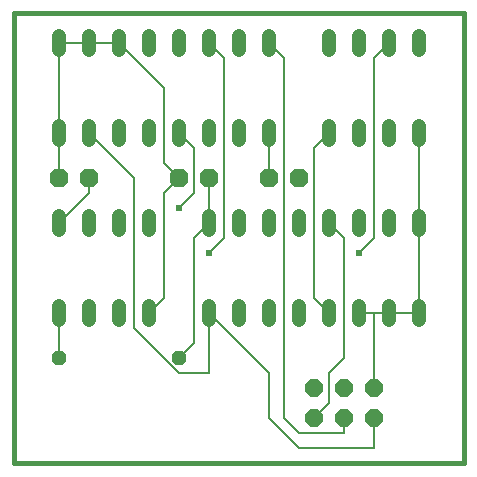
<source format=gtl>
G75*
%MOIN*%
%OFA0B0*%
%FSLAX24Y24*%
%IPPOS*%
%LPD*%
%AMOC8*
5,1,8,0,0,1.08239X$1,22.5*
%
%ADD10C,0.0160*%
%ADD11C,0.0480*%
%ADD12OC8,0.0630*%
%ADD13OC8,0.0480*%
%ADD14OC8,0.0591*%
%ADD15C,0.0060*%
%ADD16C,0.0240*%
D10*
X002760Y000180D02*
X002760Y015180D01*
X017760Y015180D01*
X017760Y000180D01*
X002760Y000180D01*
D11*
X004260Y004940D02*
X004260Y005420D01*
X005260Y005420D02*
X005260Y004940D01*
X006260Y004940D02*
X006260Y005420D01*
X007260Y005420D02*
X007260Y004940D01*
X009260Y004940D02*
X009260Y005420D01*
X010260Y005420D02*
X010260Y004940D01*
X011260Y004940D02*
X011260Y005420D01*
X012260Y005420D02*
X012260Y004940D01*
X013260Y004940D02*
X013260Y005420D01*
X014260Y005420D02*
X014260Y004940D01*
X015260Y004940D02*
X015260Y005420D01*
X016260Y005420D02*
X016260Y004940D01*
X016260Y007940D02*
X016260Y008420D01*
X015260Y008420D02*
X015260Y007940D01*
X014260Y007940D02*
X014260Y008420D01*
X013260Y008420D02*
X013260Y007940D01*
X012260Y007940D02*
X012260Y008420D01*
X011260Y008420D02*
X011260Y007940D01*
X010260Y007940D02*
X010260Y008420D01*
X009260Y008420D02*
X009260Y007940D01*
X007260Y007940D02*
X007260Y008420D01*
X006260Y008420D02*
X006260Y007940D01*
X005260Y007940D02*
X005260Y008420D01*
X004260Y008420D02*
X004260Y007940D01*
X004260Y010940D02*
X004260Y011420D01*
X005260Y011420D02*
X005260Y010940D01*
X006260Y010940D02*
X006260Y011420D01*
X007260Y011420D02*
X007260Y010940D01*
X008260Y010940D02*
X008260Y011420D01*
X009260Y011420D02*
X009260Y010940D01*
X010260Y010940D02*
X010260Y011420D01*
X011260Y011420D02*
X011260Y010940D01*
X013260Y010940D02*
X013260Y011420D01*
X014260Y011420D02*
X014260Y010940D01*
X015260Y010940D02*
X015260Y011420D01*
X016260Y011420D02*
X016260Y010940D01*
X016260Y013940D02*
X016260Y014420D01*
X015260Y014420D02*
X015260Y013940D01*
X014260Y013940D02*
X014260Y014420D01*
X013260Y014420D02*
X013260Y013940D01*
X011260Y013940D02*
X011260Y014420D01*
X010260Y014420D02*
X010260Y013940D01*
X009260Y013940D02*
X009260Y014420D01*
X008260Y014420D02*
X008260Y013940D01*
X007260Y013940D02*
X007260Y014420D01*
X006260Y014420D02*
X006260Y013940D01*
X005260Y013940D02*
X005260Y014420D01*
X004260Y014420D02*
X004260Y013940D01*
D12*
X004260Y009680D03*
X005260Y009680D03*
X008260Y009680D03*
X009260Y009680D03*
X011260Y009680D03*
X012260Y009680D03*
D13*
X008260Y003680D03*
X004260Y003680D03*
D14*
X012760Y002680D03*
X013760Y002680D03*
X013760Y001680D03*
X012760Y001680D03*
X014760Y001680D03*
X014760Y002680D03*
D15*
X014760Y005180D01*
X014260Y005180D01*
X014760Y005180D02*
X015260Y005180D01*
X016260Y005180D01*
X016260Y008180D01*
X016260Y011180D01*
X014760Y013680D02*
X015260Y014180D01*
X014760Y013680D02*
X014760Y007680D01*
X014260Y007180D01*
X013760Y007680D02*
X013760Y003680D01*
X013260Y003180D01*
X013260Y002180D01*
X012760Y001680D01*
X012260Y001180D02*
X013760Y001180D01*
X013760Y001680D01*
X014760Y001680D02*
X014760Y000680D01*
X012260Y000680D01*
X011260Y001680D01*
X011260Y003180D01*
X009260Y005180D01*
X009260Y003180D01*
X008260Y003180D01*
X006760Y004680D01*
X006760Y009680D01*
X005260Y011180D01*
X004260Y011180D02*
X004260Y014180D01*
X005260Y014180D01*
X006260Y014180D01*
X007760Y012680D01*
X007760Y010180D01*
X008260Y009680D01*
X007760Y009180D01*
X007760Y005680D01*
X007260Y005180D01*
X008760Y004180D02*
X008260Y003680D01*
X008760Y004180D02*
X008760Y007680D01*
X009260Y008180D01*
X009260Y009680D01*
X008760Y009180D02*
X008760Y010680D01*
X008260Y011180D01*
X008760Y009180D02*
X008260Y008680D01*
X009760Y007680D02*
X009260Y007180D01*
X009760Y007680D02*
X009760Y013680D01*
X009260Y014180D01*
X011260Y014180D02*
X011760Y013680D01*
X011760Y001680D01*
X012260Y001180D01*
X013260Y005180D02*
X012760Y005680D01*
X012760Y010680D01*
X013260Y011180D01*
X011260Y011180D02*
X011260Y009680D01*
X013260Y008180D02*
X013760Y007680D01*
X005260Y009180D02*
X005260Y009680D01*
X005260Y009180D02*
X004260Y008180D01*
X004260Y009680D02*
X004260Y011180D01*
X004260Y005180D02*
X004260Y003680D01*
D16*
X009260Y007180D03*
X008260Y008680D03*
X014260Y007180D03*
M02*

</source>
